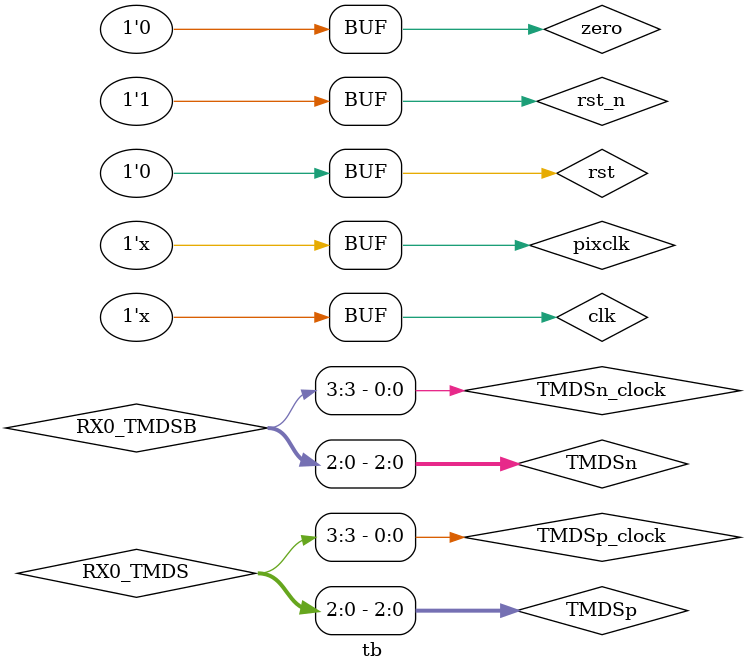
<source format=v>
`timescale 1ns / 1ps

module tb(
    );

   reg clk;
   reg pixclk;
   reg rst;
   wire rst_n;
	
	
	wire [15:0]mcb3_dram_dq;
	wire [12:0]mcb3_dram_a;
	wire [2:0] mcb3_dram_ba;
	wire mcb3_dram_ras_n; 
	wire mcb3_dram_cas_n;
	wire mcb3_dram_we_n;
	wire mcb3_dram_cke;
	wire mcb3_dram_dm;
	wire mcb3_dram_udqs;
	wire mcb3_dram_udqs_n;
	wire mcb3_rzq;
	wire mcb3_zio;
	wire mcb3_dram_udm;
	wire mcb3_dram_odt;
	wire mcb3_dram_dqs;
	wire mcb3_dram_dqs_n;
	wire mcb3_dram_ck;
	wire mcb3_dram_ck_n;
	
	wire [3:0] RX0_TMDS,TX0_TMDS,TX1_TMDS,RX1_TMDS;
	wire [3:0] RX0_TMDSB,RX1_TMDSB,TX0_TMDSB,TX1_TMDSB;
	
	wire TMDSp_clock;
	wire [2:0] TMDSp;
	wire TMDSn_clock;
	wire [2:0] TMDSn;
	wire zero;
	
	
	wire[23:0] iram_wdata_s;
	wire iram_wren_s;
	wire iram_fifo_afull_s; 
	
	
	wire [7:0]ram_byte_s;
	wire ram_wren_s;
	wire [23:0]ram_wraddr_s;  
	
	wire [15:0] resx_s;
	wire [15:0] resy_s;

	wire start_s;
	wire done_s	;
	wire busy_s;
	

PULLDOWN zio_pulldown3 (.O(mcb3_rzio));
PULLDOWN rzq_pulldown3 (.O(mcb3_rzq ));
ddr2_model_c3 DRAM(
	   .ck         (mcb3_dram_ck),
		.ck_n       (mcb3_dram_ck_n),
		.cke        (mcb3_dram_cke),
		.cs_n       (1'b0),
		.ras_n      (mcb3_dram_ras_n),
		.cas_n      (mcb3_dram_cas_n),
		.we_n       (mcb3_dram_we_n),
		.dm_rdqs    ({mcb3_dram_udm,mcb3_dram_dm}),
		.ba         (mcb3_dram_ba),
		.addr       (mcb3_dram_a),
		.dq         (mcb3_dram_dq),
		.dqs        ({mcb3_dram_udqs,mcb3_dram_dqs}),
		.dqs_n      ({mcb3_dram_udqs_n,mcb3_dram_dqs_n}),
		.rdqs_n     (),
		.odt        (mcb3_dram_odt)
	);
	
	Hdmi2usb UUT (
    .RX0_TMDS(RX0_TMDS), 
    .RX0_TMDSB(RX0_TMDSB), 
    .TX0_TMDS(TX0_TMDS), 
    .TX0_TMDSB(TX0_TMDSB), 
    .RX1_TMDS(RX1_TMDS), 
    .RX1_TMDSB(RX1_TMDSB), 
    .TX1_TMDS(TX1_TMDS), 
    .TX1_TMDSB(TX1_TMDSB), 
    .btnc(zero), 
    .btnu(zero), 
    .btnl(zero), 
    .btnr(zero), 
    .btnd(zero), 
    .mcb3_dram_dq(mcb3_dram_dq), 
    .mcb3_dram_a(mcb3_dram_a), 
    .mcb3_dram_ba(mcb3_dram_ba), 
    .mcb3_dram_ras_n(mcb3_dram_ras_n), 
    .mcb3_dram_cas_n(mcb3_dram_cas_n), 
    .mcb3_dram_we_n(mcb3_dram_we_n), 
    .mcb3_dram_cke(mcb3_dram_cke), 
    .mcb3_dram_dm(mcb3_dram_dm), 
    .mcb3_dram_udqs(mcb3_dram_udqs), 
    .mcb3_dram_udqs_n(mcb3_dram_udqs_n), 
    .mcb3_rzq(mcb3_rzq), 
    .mcb3_zio(mcb3_zio), 
    .mcb3_dram_udm(mcb3_dram_udm), 
    .mcb3_dram_odt(mcb3_dram_odt), 
    .mcb3_dram_dqs(mcb3_dram_dqs), 
    .mcb3_dram_dqs_n(mcb3_dram_dqs_n), 
    .mcb3_dram_ck(mcb3_dram_ck), 
    .mcb3_dram_ck_n(mcb3_dram_ck_n), 
    .rst_n(rst_n), 
    .clk(clk),
	  .iram_wdata_s(iram_wdata_s), 
    .iram_wren_s(iram_wren_s), 
    .iram_fifo_afull_s(iram_fifo_afull_s), 
    .ram_byte_s(ram_byte_s), 
    .ram_wren_s(ram_wren_s), 
    .ram_wraddr_s(ram_wraddr_s), 
    .resx_s(resx_s), 
    .resy_s(resy_s), 
    .start_s(start_s), 
    .done_s(done_s), 
    .busy_s(busy_s)
    );
HDMI_test HDMI_model (
    .pixclk(pixclk), 
    .TMDSp(TMDSp), 
    .TMDSn(TMDSn), 
    .TMDSp_clock(TMDSp_clock), 
    .TMDSn_clock(TMDSn_clock)
    );
assign RX0_TMDS = {TMDSp_clock,TMDSp};
assign RX0_TMDSB= {TMDSn_clock,TMDSn};
assign rst_n=(!rst);
assign zero=0;
initial 
begin
	rst=1;
	clk=0;
	pixclk=0;
	#50
	rst=0;
end
	
	
	always begin
		#5 ; clk = ~clk; // 100 MHz system clock
	end
	
	always begin
		#20; pixclk=~pixclk;
	end
endmodule

</source>
